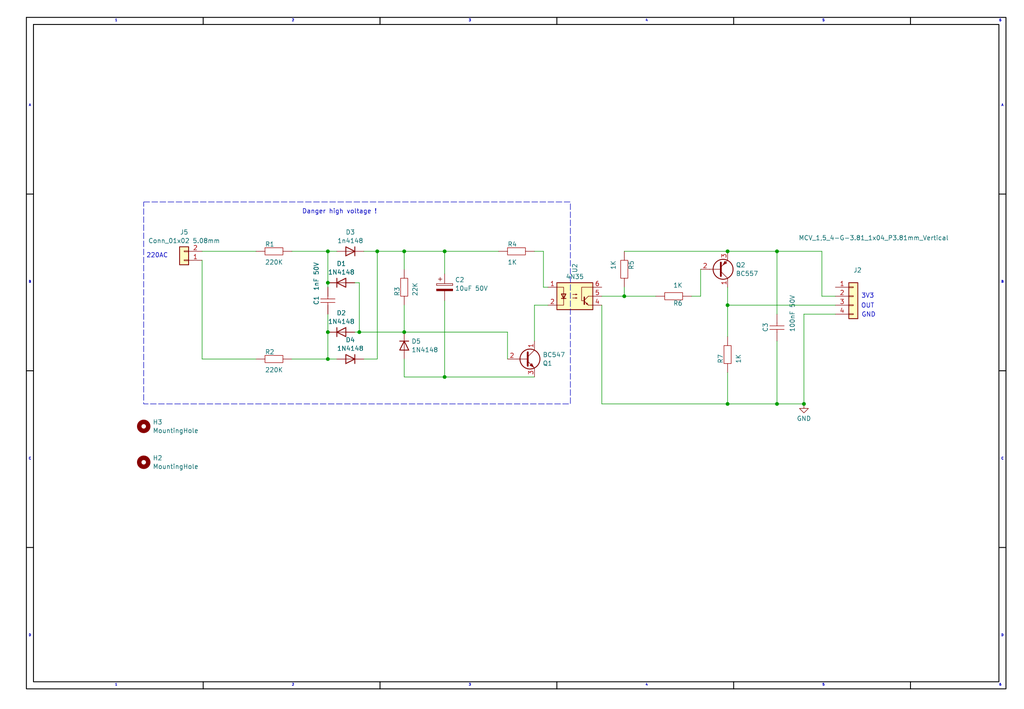
<source format=kicad_sch>
(kicad_sch (version 20250114) (generator "eeschema") (generator_version "9.0")
  (paper "User" 289.56 200.66)
  (lib_symbols
    (symbol "Connector_Generic:Conn_01x02" (pin_names (offset 1.016) (hide yes))
      (property "Reference" "J" (at 0 2.54 0))
      (property "Value" "Conn_01x02" (at 0 -5.08 0))
      (symbol "Conn_01x02_1_1"
        (rectangle (start -1.27 1.27) (end 1.27 -3.81) (stroke (width 0.254)) (fill (type background)))
        (rectangle (start -1.27 0.127) (end 0 -0.127) (stroke (width 0.1524)))
        (rectangle (start -1.27 -2.413) (end 0 -2.667) (stroke (width 0.1524)))
        (pin passive line (at -5.08 0 0) (length 3.81) (name "Pin_1") (number "1"))
        (pin passive line (at -5.08 -2.54 0) (length 3.81) (name "Pin_2") (number "2"))
      )
    )
    (symbol "Connector_Generic:Conn_01x04" (pin_names (offset 1.016) (hide yes))
      (property "Reference" "J" (at 0 5.08 0))
      (property "Value" "Conn_01x04" (at 0 -7.62 0))
      (symbol "Conn_01x04_1_1"
        (rectangle (start -1.27 3.81) (end 1.27 -6.35) (stroke (width 0.254)) (fill (type background)))
        (rectangle (start -1.27 2.667) (end 0 2.413) (stroke (width 0.1524)))
        (rectangle (start -1.27 0.127) (end 0 -0.127) (stroke (width 0.1524)))
        (rectangle (start -1.27 -2.413) (end 0 -2.667) (stroke (width 0.1524)))
        (rectangle (start -1.27 -4.953) (end 0 -5.207) (stroke (width 0.1524)))
        (pin passive line (at -5.08 2.54 0) (length 3.81) (name "Pin_1") (number "1"))
        (pin passive line (at -5.08 0 0) (length 3.81) (name "Pin_2") (number "2"))
        (pin passive line (at -5.08 -2.54 0) (length 3.81) (name "Pin_3") (number "3"))
        (pin passive line (at -5.08 -5.08 0) (length 3.81) (name "Pin_4") (number "4"))
      )
    )
    (symbol "Device:C_Polarized" (pin_numbers (hide yes)) (pin_names (offset 0.254))
      (property "Reference" "C" (at 0.635 2.54 0))
      (property "Value" "C_Polarized" (at 0.635 -2.54 0))
      (symbol "C_Polarized_0_1"
        (rectangle (start -2.286 0.508) (end 2.286 1.016))
        (polyline (pts (xy -1.778 2.286) (xy -0.762 2.286)))
        (polyline (pts (xy -1.27 2.794) (xy -1.27 1.778)))
        (rectangle (start 2.286 -0.508) (end -2.286 -1.016) (fill (type outline)))
      )
      (symbol "C_Polarized_1_1"
        (pin passive line (at 0 3.81 270) (length 2.794) (name "~") (number "1"))
        (pin passive line (at 0 -3.81 90) (length 2.794) (name "~") (number "2"))
      )
    )
    (symbol "Device:D" (pin_numbers (hide yes)) (pin_names (offset 1.016) (hide yes))
      (property "Reference" "D" (at 0 2.54 0))
      (property "Value" "D" (at 0 -2.54 0))
      (symbol "D_0_1"
        (polyline (pts (xy -1.27 1.27) (xy -1.27 -1.27)) (stroke (width 0.254)))
        (polyline (pts (xy 1.27 1.27) (xy 1.27 -1.27) (xy -1.27 0) (xy 1.27 1.27)) (stroke (width 0.254)))
        (polyline (pts (xy 1.27 0) (xy -1.27 0)))
      )
      (symbol "D_1_1"
        (pin passive line (at -3.81 0 0) (length 2.54) (name "K") (number "1"))
        (pin passive line (at 3.81 0 180) (length 2.54) (name "A") (number "2"))
      )
    )
    (symbol "Isolator:4N35" (pin_names (offset 1.016))
      (property "Reference" "U" (at -5.08 5.08 0))
      (property "Value" "4N35" (at 0 5.08 0))
      (symbol "4N35_0_1"
        (rectangle (start -5.08 3.81) (end 5.08 -3.81) (stroke (width 0.254)) (fill (type background)))
        (polyline (pts (xy -5.08 -2.54) (xy -3.175 -2.54) (xy -3.175 2.54) (xy -5.08 2.54)))
        (polyline (pts (xy -3.81 -0.635) (xy -2.54 -0.635)) (stroke (width 0.254)))
        (polyline (pts (xy -3.175 -0.635) (xy -3.81 0.635) (xy -2.54 0.635) (xy -3.175 -0.635)) (stroke (width 0.254)))
        (polyline (pts (xy -0.635 0.508) (xy 0.635 0.508) (xy 0.254 0.381) (xy 0.254 0.635) (xy 0.635 0.508)))
        (polyline (pts (xy -0.635 -0.508) (xy 0.635 -0.508) (xy 0.254 -0.635) (xy 0.254 -0.381) (xy 0.635 -0.508)))
        (polyline (pts (xy 2.667 -0.254) (xy 2.667 -2.286) (xy 2.667 -2.286)) (stroke (width 0.3556)))
        (polyline (pts (xy 2.667 -1.143) (xy 3.81 0)))
        (polyline (pts (xy 2.667 -1.397) (xy 3.81 -2.54)))
        (polyline (pts (xy 3.683 -2.413) (xy 3.429 -1.905) (xy 3.175 -2.159) (xy 3.683 -2.413)))
        (polyline (pts (xy 3.81 0) (xy 5.08 0)))
        (polyline (pts (xy 3.81 -2.54) (xy 5.08 -2.54)))
        (polyline (pts (xy 5.08 2.54) (xy 1.905 2.54) (xy 1.905 -1.27) (xy 2.54 -1.27)))
      )
      (symbol "4N35_1_1"
        (pin passive line (at -7.62 2.54 0) (length 2.54) (name "~") (number "1"))
        (pin passive line (at -7.62 -2.54 0) (length 2.54) (name "~") (number "2"))
        (pin no_connect line (at -5.08 0 0) (length 2.54) (hide yes) (name "NC") (number "3"))
        (pin passive line (at 7.62 2.54 180) (length 2.54) (name "~") (number "6"))
        (pin passive line (at 7.62 0 180) (length 2.54) (name "~") (number "5"))
        (pin passive line (at 7.62 -2.54 180) (length 2.54) (name "~") (number "4"))
      )
    )
    (symbol "Mechanical:MountingHole" (pin_names (offset 1.016)) (in_bom no)
      (property "Reference" "H" (at 0 5.08 0))
      (property "Value" "MountingHole" (at 0 3.175 0))
      (symbol "MountingHole_0_1"
        (circle (center 0 0) (radius 1.27) (stroke (width 1.27)))
      )
    )
    (symbol "Transistor_BJT:BC547" (pin_names (offset 0) (hide yes))
      (property "Reference" "Q" (at 5.08 1.905 0))
      (property "Value" "BC547" (at 5.08 0 0))
      (symbol "BC547_0_1"
        (polyline (pts (xy -2.54 0) (xy 0.635 0)))
        (polyline (pts (xy 0.635 1.905) (xy 0.635 -1.905)) (stroke (width 0.508)))
        (circle (center 1.27 0) (radius 2.8194) (stroke (width 0.254)))
      )
      (symbol "BC547_1_1"
        (polyline (pts (xy 0.635 0.635) (xy 2.54 2.54)))
        (polyline (pts (xy 0.635 -0.635) (xy 2.54 -2.54)))
        (polyline (pts (xy 1.27 -1.778) (xy 1.778 -1.27) (xy 2.286 -2.286) (xy 1.27 -1.778)) (fill (type outline)))
        (pin input line (at -5.08 0 0) (length 2.54) (name "B") (number "2"))
        (pin passive line (at 2.54 5.08 270) (length 2.54) (name "C") (number "1"))
        (pin passive line (at 2.54 -5.08 90) (length 2.54) (name "E") (number "3"))
      )
    )
    (symbol "Transistor_BJT:BC557" (pin_names (offset 0) (hide yes))
      (property "Reference" "Q" (at 5.08 1.905 0))
      (property "Value" "BC557" (at 5.08 0 0))
      (symbol "BC557_0_1"
        (polyline (pts (xy -2.54 0) (xy 0.635 0)))
        (polyline (pts (xy 0.635 1.905) (xy 0.635 -1.905)) (stroke (width 0.508)))
        (polyline (pts (xy 0.635 0.635) (xy 2.54 2.54)))
        (polyline (pts (xy 0.635 -0.635) (xy 2.54 -2.54)))
        (circle (center 1.27 0) (radius 2.8194) (stroke (width 0.254)))
        (polyline (pts (xy 2.286 -1.778) (xy 1.778 -2.286) (xy 1.27 -1.27) (xy 2.286 -1.778)) (fill (type outline)))
      )
      (symbol "BC557_1_1"
        (pin input line (at -5.08 0 0) (length 2.54) (name "B") (number "2"))
        (pin passive line (at 2.54 5.08 270) (length 2.54) (name "C") (number "1"))
        (pin passive line (at 2.54 -5.08 90) (length 2.54) (name "E") (number "3"))
      )
    )
    (symbol "ZCDPCB-altium-import:root_0_1206W4F1004T5E_" (pin_numbers (hide yes)) (pin_names (hide yes))
      (symbol "root_0_1206W4F1004T5E__1_0"
        (rectangle (start -2.54 1.016) (end 2.54 -1.016) (stroke (width 0) (color 160 0 0 1)))
        (pin passive line (at -5.08 0 0) (length 2.54) (name "1") (number "1"))
        (pin passive line (at 5.08 0 180) (length 2.54) (name "2") (number "2"))
      )
    )
    (symbol "ZCDPCB-altium-import:root_0_CL31B104KBCNNNC_" (pin_numbers (hide yes)) (pin_names (hide yes))
      (symbol "root_0_CL31B104KBCNNNC__1_0"
        (polyline (pts (xy -1.27 0) (xy -0.508 0)) (stroke (width 0) (color 160 0 0 1)))
        (polyline (pts (xy -0.508 2.032) (xy -0.508 -2.032)) (stroke (width 0) (color 160 0 0 1)))
        (polyline (pts (xy 0.508 2.032) (xy 0.508 -2.032)) (stroke (width 0) (color 160 0 0 1)))
        (polyline (pts (xy 0.508 0) (xy 1.27 0)) (stroke (width 0) (color 160 0 0 1)))
        (pin passive line (at -3.81 0 0) (length 2.54) (name "1") (number "1"))
        (pin passive line (at 3.81 0 180) (length 2.54) (name "2") (number "2"))
      )
    )
    (symbol "power:GND" (power) (pin_numbers (hide yes)) (pin_names (offset 0) (hide yes))
      (property "Value" "GND" (at 0 -3.81 0))
      (symbol "GND_0_1"
        (polyline (pts (xy 0 0) (xy 0 -1.27) (xy 1.27 -1.27) (xy 0 -2.54) (xy -1.27 -1.27) (xy 0 -1.27)))
      )
      (symbol "GND_1_1"
        (pin power_in line (at 0 0 270) (length 0) (name "~") (number "1"))
      )
    )
  )
  (rectangle (start 282.46 6.92) (end 9.46 192.92) (stroke (width 0.254) (color 0 0 0 1)))
  (rectangle (start 284.46 4.92) (end 7.46 194.92) (stroke (width 0.254) (color 0 0 0 1)))
  (rectangle (start 40.64 57.15) (end 161.29 114.3) (stroke (width 0) (type dash)))
  (text "B" (at 8.46 79.92 0) (effects (font (size 0.635 0.635))))
  (text "2" (at 82.46 193.92 0) (effects (font (size 0.635 0.635)) (justify left)))
  (text "3" (at 132.46 5.92 0) (effects (font (size 0.635 0.635)) (justify left)))
  (text "6" (at 282.46 193.92 0) (effects (font (size 0.635 0.635)) (justify left)))
  (text "" (at 175.46 162.92 0) (effects (font (size 0.762 0.762)) (justify left)))
  (text "" (at 175.46 171.92 0) (effects (font (size 0.762 0.762)) (justify left)))
  (text "D" (at 8.46 179.92 0) (effects (font (size 0.635 0.635))))
  (text "5" (at 232.46 5.92 0) (effects (font (size 0.635 0.635)) (justify left)))
  (text "C" (at 283.46 129.92 0) (effects (font (size 0.635 0.635))))
  (text "OUT" (at 245.364 86.614 0) (effects (font (size 1.27 1.27))))
  (text "A" (at 8.46 29.92 0) (effects (font (size 0.635 0.635))))
  (text "A" (at 283.46 29.92 0) (effects (font (size 0.635 0.635))))
  (text "C" (at 8.46 129.92 0) (effects (font (size 0.635 0.635))))
  (text "" (at 175.46 174.92 0) (effects (font (size 0.762 0.762)) (justify left)))
  (text "" (at 175.46 165.92 0) (effects (font (size 0.762 0.762)) (justify left)))
  (text "3" (at 132.46 193.92 0) (effects (font (size 0.635 0.635)) (justify left)))
  (text "6" (at 282.46 5.92 0) (effects (font (size 0.635 0.635)) (justify left)))
  (text "220AC" (at 44.45 72.39 0) (effects (font (size 1.27 1.27))))
  (text "D" (at 283.46 179.92 0) (effects (font (size 0.635 0.635))))
  (text "Danger high voltage !" (at 96.012 59.944 0) (effects (font (size 1.27 1.27))))
  (text "2" (at 82.46 5.92 0) (effects (font (size 0.635 0.635)) (justify left)))
  (text "4" (at 182.46 5.92 0) (effects (font (size 0.635 0.635)) (justify left)))
  (text "" (at 175.46 168.92 0) (effects (font (size 0.762 0.762)) (justify left)))
  (text "B" (at 283.46 79.92 0) (effects (font (size 0.635 0.635))))
  (text "1" (at 32.46 193.92 0) (effects (font (size 0.635 0.635)) (justify left)))
  (text "1" (at 32.46 5.92 0) (effects (font (size 0.635 0.635)) (justify left)))
  (text "4" (at 182.46 193.92 0) (effects (font (size 0.635 0.635)) (justify left)))
  (text "5" (at 232.46 193.92 0) (effects (font (size 0.635 0.635)) (justify left)))
  (text "" (at 175.46 190.82 0) (effects (font (size 0.762 0.762)) (justify left)))
  (text "3V3" (at 245.364 83.82 0) (effects (font (size 1.27 1.27))))
  (text "GND\n" (at 245.618 89.154 0) (effects (font (size 1.27 1.27))))
  (junction (at 205.74 114.3))
  (junction (at 106.68 71.12))
  (junction (at 205.74 71.12))
  (junction (at 125.73 106.68))
  (junction (at 219.71 114.3))
  (junction (at 205.74 86.36))
  (junction (at 92.71 71.12))
  (junction (at 101.6 93.98))
  (junction (at 176.53 83.82))
  (junction (at 227.33 114.3))
  (junction (at 219.71 71.12))
  (junction (at 92.71 93.98))
  (junction (at 92.71 80.01))
  (junction (at 114.3 93.98))
  (junction (at 125.73 71.12))
  (junction (at 114.3 71.12))
  (junction (at 92.71 101.6))
  (wire (pts (xy 153.67 81.28) (xy 154.94 81.28)))
  (wire (pts (xy 205.74 86.36) (xy 236.22 86.36)))
  (wire (pts (xy 219.71 71.12) (xy 219.71 88.9)))
  (wire (pts (xy 114.3 71.12) (xy 125.73 71.12)))
  (wire (pts (xy 227.33 88.9) (xy 236.22 88.9)))
  (wire (pts (xy 100.33 93.98) (xy 101.6 93.98)))
  (polyline (pts (xy 207.46 6.92) (xy 207.46 4.92)) (stroke (width 0.254) (type solid) (color 0 0 0 1)))
  (wire (pts (xy 195.58 83.82) (xy 198.12 83.82)))
  (wire (pts (xy 95.25 101.6) (xy 92.71 101.6)))
  (polyline (pts (xy 284.46 154.92) (xy 282.46 154.92)) (stroke (width 0.254) (type solid) (color 0 0 0 1)))
  (wire (pts (xy 57.15 101.6) (xy 72.39 101.6)))
  (wire (pts (xy 82.55 71.12) (xy 92.71 71.12)))
  (polyline (pts (xy 107.46 6.92) (xy 107.46 4.92)) (stroke (width 0.254) (type solid) (color 0 0 0 1)))
  (wire (pts (xy 125.73 85.09) (xy 125.73 106.68)))
  (wire (pts (xy 92.71 71.12) (xy 92.71 80.01)))
  (wire (pts (xy 205.74 81.28) (xy 205.74 86.36)))
  (wire (pts (xy 82.55 101.6) (xy 92.71 101.6)))
  (wire (pts (xy 205.74 114.3) (xy 219.71 114.3)))
  (polyline (pts (xy 284.46 54.92) (xy 282.46 54.92)) (stroke (width 0.254) (type solid) (color 0 0 0 1)))
  (wire (pts (xy 92.71 93.98) (xy 92.71 101.6)))
  (wire (pts (xy 106.68 71.12) (xy 106.68 101.6)))
  (wire (pts (xy 114.3 86.36) (xy 114.3 93.98)))
  (polyline (pts (xy 7.46 54.92) (xy 9.46 54.92)) (stroke (width 0.254) (type solid) (color 0 0 0 1)))
  (wire (pts (xy 114.3 93.98) (xy 143.51 93.98)))
  (wire (pts (xy 57.15 73.66) (xy 57.15 101.6)))
  (wire (pts (xy 170.18 114.3) (xy 205.74 114.3)))
  (polyline (pts (xy 57.46 192.92) (xy 57.46 194.92)) (stroke (width 0.254) (type solid) (color 0 0 0 1)))
  (wire (pts (xy 198.12 76.2) (xy 198.12 83.82)))
  (polyline (pts (xy 284.46 104.92) (xy 282.46 104.92)) (stroke (width 0.254) (type solid) (color 0 0 0 1)))
  (wire (pts (xy 101.6 93.98) (xy 114.3 93.98)))
  (wire (pts (xy 151.13 86.36) (xy 151.13 96.52)))
  (wire (pts (xy 151.13 86.36) (xy 154.94 86.36)))
  (wire (pts (xy 102.87 101.6) (xy 106.68 101.6)))
  (wire (pts (xy 100.33 80.01) (xy 101.6 80.01)))
  (polyline (pts (xy 107.46 192.92) (xy 107.46 194.92)) (stroke (width 0.254) (type solid) (color 0 0 0 1)))
  (wire (pts (xy 176.53 83.82) (xy 185.42 83.82)))
  (wire (pts (xy 125.73 106.68) (xy 151.13 106.68)))
  (wire (pts (xy 114.3 101.6) (xy 114.3 106.68)))
  (wire (pts (xy 205.74 86.36) (xy 205.74 95.25)))
  (wire (pts (xy 106.68 71.12) (xy 114.3 71.12)))
  (wire (pts (xy 205.74 105.41) (xy 205.74 114.3)))
  (wire (pts (xy 92.71 88.9) (xy 92.71 93.98)))
  (wire (pts (xy 232.41 71.12) (xy 232.41 83.82)))
  (polyline (pts (xy 157.46 6.92) (xy 157.46 4.92)) (stroke (width 0.254) (type solid) (color 0 0 0 1)))
  (wire (pts (xy 153.67 71.12) (xy 153.67 81.28)))
  (wire (pts (xy 57.15 71.12) (xy 72.39 71.12)))
  (polyline (pts (xy 7.46 154.92) (xy 9.46 154.92)) (stroke (width 0.254) (type solid) (color 0 0 0 1)))
  (wire (pts (xy 151.13 71.12) (xy 153.67 71.12)))
  (polyline (pts (xy 157.46 192.92) (xy 157.46 194.92)) (stroke (width 0.254) (type solid) (color 0 0 0 1)))
  (wire (pts (xy 92.71 80.01) (xy 92.71 81.28)))
  (wire (pts (xy 219.71 96.52) (xy 219.71 114.3)))
  (wire (pts (xy 176.53 81.28) (xy 176.53 83.82)))
  (wire (pts (xy 236.22 83.82) (xy 232.41 83.82)))
  (wire (pts (xy 170.18 83.82) (xy 176.53 83.82)))
  (wire (pts (xy 176.53 71.12) (xy 205.74 71.12)))
  (wire (pts (xy 106.68 71.12) (xy 102.87 71.12)))
  (wire (pts (xy 114.3 106.68) (xy 125.73 106.68)))
  (polyline (pts (xy 57.46 6.92) (xy 57.46 4.92)) (stroke (width 0.254) (type solid) (color 0 0 0 1)))
  (wire (pts (xy 219.71 114.3) (xy 227.33 114.3)))
  (wire (pts (xy 125.73 77.47) (xy 125.73 71.12)))
  (polyline (pts (xy 257.46 6.92) (xy 257.46 4.92)) (stroke (width 0.254) (type solid) (color 0 0 0 1)))
  (polyline (pts (xy 7.46 104.92) (xy 9.46 104.92)) (stroke (width 0.254) (type solid) (color 0 0 0 1)))
  (wire (pts (xy 227.33 88.9) (xy 227.33 114.3)))
  (wire (pts (xy 95.25 71.12) (xy 92.71 71.12)))
  (wire (pts (xy 219.71 71.12) (xy 232.41 71.12)))
  (wire (pts (xy 170.18 86.36) (xy 170.18 114.3)))
  (polyline (pts (xy 207.46 192.92) (xy 207.46 194.92)) (stroke (width 0.254) (type solid) (color 0 0 0 1)))
  (polyline (pts (xy 257.46 192.92) (xy 257.46 194.92)) (stroke (width 0.254) (type solid) (color 0 0 0 1)))
  (wire (pts (xy 114.3 71.12) (xy 114.3 76.2)))
  (wire (pts (xy 205.74 71.12) (xy 219.71 71.12)))
  (wire (pts (xy 125.73 71.12) (xy 140.97 71.12)))
  (wire (pts (xy 101.6 93.98) (xy 101.6 80.01)))
  (wire (pts (xy 143.51 93.98) (xy 143.51 101.6)))
  (symbol (lib_id "power:GND") (at 227.33 114.3 0) (unit 1)
    (property "Reference" "#PWR01" (effects (hide yes)))
    (property "Value" "GND" (at 227.33 118.4331 0))
    (property "Description" "Power symbol creates a global label with name \"GND\" , ground" (effects (hide yes)))
  )
  (symbol (lib_id "ZCDPCB-altium-import:root_0_1206W4F1004T5E_") (at 190.5 83.82 180) (unit 1)
    (property "Reference" "R6" (at 193.04 85.09 0) (effects (justify left bottom)))
    (property "Value" "1K" (at 193.04 80.01 0) (effects (justify left bottom)))
    (property "Footprint" "R_Axial_DIN0207_L6.3mm_D2.5mm_P10.16mm_Horizontal_big" (effects (hide yes)))
  )
  (symbol (lib_id "ZCDPCB-altium-import:root_0_1206W4F1004T5E_") (at 176.53 76.2 270) (unit 1)
    (property "Reference" "R5" (at 177.8 73.66 0) (effects (justify left bottom)))
    (property "Value" "1K" (at 172.72 73.66 0) (effects (justify left bottom)))
    (property "Footprint" "R_Axial_DIN0207_L6.3mm_D2.5mm_P10.16mm_Horizontal_big" (effects (hide yes)))
  )
  (symbol (lib_id "ZCDPCB-altium-import:root_0_1206W4F1004T5E_") (at 146.05 71.12 0) (unit 1)
    (property "Reference" "R4" (at 143.51 69.85 0) (effects (justify left bottom)))
    (property "Value" "1K" (at 143.51 74.93 0) (effects (justify left bottom)))
    (property "Footprint" "R_Axial_DIN0207_L6.3mm_D2.5mm_P10.16mm_Horizontal_big" (effects (hide yes)))
  )
  (symbol (lib_id "Device:D") (at 96.52 80.01 0) (unit 1)
    (property "Reference" "D1" (at 96.52 74.5955 0))
    (property "Value" "1N4148" (at 96.52 77.0198 0))
    (property "Footprint" "D_DO-35_SOD27_P7.62mm_Horizontal_big" (effects (hide yes)))
    (property "Description" "Diode" (effects (hide yes)))
    (property "Sim.Device" "D" (effects (hide yes)))
    (property "Sim.Pins" "1=K 2=A" (effects (hide yes)))
  )
  (symbol (lib_id "ZCDPCB-altium-import:root_0_1206W4F1004T5E_") (at 77.47 71.12 0) (unit 1)
    (property "Reference" "R1" (at 74.93 69.85 0) (effects (justify left bottom)))
    (property "Value" "220K" (at 74.93 74.93 0) (effects (justify left bottom)))
    (property "Footprint" "R_Axial_DIN0207_L6.3mm_D2.5mm_P10.16mm_Horizontal_big" (effects (hide yes)))
  )
  (symbol (lib_id "ZCDPCB-altium-import:root_0_CL31B104KBCNNNC_") (at 92.71 85.09 90) (unit 1)
    (property "Reference" "C1" (at 90.17 86.36 0) (effects (justify left bottom)))
    (property "Value" "1nF 50V" (at 90.17 82.296 0) (effects (justify left bottom)))
    (property "Footprint" "C_Disc_D6.0mm_W2.5mm_P5.00mm_big" (effects (hide yes)))
  )
  (symbol (lib_id "ZCDPCB-altium-import:root_0_CL31B104KBCNNNC_") (at 219.71 92.71 90) (unit 1)
    (property "Reference" "C3" (at 217.17 93.98 0) (effects (justify left bottom)))
    (property "Value" "100nF 50V" (at 224.79 93.98 0) (effects (justify left bottom)))
    (property "Footprint" "C_Disc_D6.0mm_W2.5mm_P5.00mm_big" (effects (hide yes)))
  )
  (symbol (lib_id "Device:D") (at 114.3 97.79 270) (unit 1)
    (property "Reference" "D5" (at 116.332 96.5778 90) (effects (justify left)))
    (property "Value" "1N4148" (at 116.332 99.0021 90) (effects (justify left)))
    (property "Footprint" "D_DO-35_SOD27_P7.62mm_Horizontal_big" (effects (hide yes)))
    (property "Description" "Diode" (effects (hide yes)))
    (property "Sim.Device" "D" (effects (hide yes)))
    (property "Sim.Pins" "1=K 2=A" (effects (hide yes)))
  )
  (symbol (lib_id "Device:D") (at 96.52 93.98 0) (unit 1)
    (property "Reference" "D2" (at 96.52 88.5655 0))
    (property "Value" "1N4148" (at 96.52 90.9898 0))
    (property "Footprint" "D_DO-35_SOD27_P7.62mm_Horizontal_big" (effects (hide yes)))
    (property "Description" "Diode" (effects (hide yes)))
    (property "Sim.Device" "D" (effects (hide yes)))
    (property "Sim.Pins" "1=K 2=A" (effects (hide yes)))
  )
  (symbol (lib_id "ZCDPCB-altium-import:root_0_1206W4F1004T5E_") (at 77.47 101.6 0) (unit 1)
    (property "Reference" "R2" (at 74.93 100.33 0) (effects (justify left bottom)))
    (property "Value" "220K" (at 74.93 105.41 0) (effects (justify left bottom)))
    (property "Footprint" "R_Axial_DIN0207_L6.3mm_D2.5mm_P10.16mm_Horizontal_big" (effects (hide yes)))
  )
  (symbol (lib_id "Mechanical:MountingHole") (at 40.64 130.81 0) (unit 1) (in_bom no)
    (property "Reference" "H2" (at 43.18 129.5978 0) (effects (justify left)))
    (property "Value" "MountingHole" (at 43.18 132.0221 0) (effects (justify left)))
    (property "Footprint" "MountingHole:MountingHole_3.2mm_M3" (effects (hide yes)))
    (property "Description" "Mounting Hole without connection" (effects (hide yes)))
  )
  (symbol (lib_id "Isolator:4N35") (at 162.56 83.82 0) (unit 1)
    (property "Reference" "U2" (at 162.56 75.8655 90))
    (property "Value" "4N35" (at 162.56 78.2898 0))
    (property "Footprint" "DIP-6_W7.62mm_big" (effects (hide yes)))
    (property "Datasheet" "https://www.vishay.com/docs/83717/4n35x.pdf" (effects (hide yes)))
    (property "Description" "Optocoupler, Phototransistor Output, with Base Connection, Vce 70V, CTR 100%, Viso 5000V, DIP6" (effects (hide yes)))
  )
  (symbol (lib_id "Connector_Generic:Conn_01x04") (at 241.3 83.82 0) (unit 1)
    (property "Reference" "J2" (at 241.3 76.454 0) (effects (justify left)))
    (property "Value" "MCV_1,5_4-G-3.81_1x04_P3.81mm_Vertical" (at 225.806 67.31 0) (effects (justify left)))
    (property "Footprint" "PhoenixContact_MCV_1,5_4-G-3.81_1x04_P3.81mm_Vertical_router_big" (effects (hide yes)))
    (property "Description" "Generic connector, single row, 01x04, script generated (kicad-library-utils/schlib/autogen/connector/)" (effects (hide yes)))
  )
  (symbol (lib_id "Transistor_BJT:BC547") (at 148.59 101.6 0) (unit 1)
    (property "Reference" "Q1" (at 153.4413 102.8122 0) (effects (justify left)))
    (property "Value" "BC547" (at 153.4413 100.3879 0) (effects (justify left)))
    (property "Footprint" "TO-92_Inline_router_big" (effects (hide yes)))
    (property "Datasheet" "https://www.onsemi.com/pub/Collateral/BC550-D.pdf" (effects (hide yes)))
    (property "Description" "0.1A Ic, 45V Vce, Small Signal NPN Transistor, TO-92" (effects (hide yes)))
  )
  (symbol (lib_id "Mechanical:MountingHole") (at 40.64 120.65 0) (unit 1) (in_bom no)
    (property "Reference" "H3" (at 43.18 119.4378 0) (effects (justify left)))
    (property "Value" "MountingHole" (at 43.18 121.8621 0) (effects (justify left)))
    (property "Footprint" "MountingHole:MountingHole_3.2mm_M3" (effects (hide yes)))
    (property "Description" "Mounting Hole without connection" (effects (hide yes)))
  )
  (symbol (lib_id "ZCDPCB-altium-import:root_0_1206W4F1004T5E_") (at 205.74 100.33 90) (unit 1)
    (property "Reference" "R7" (at 204.47 102.87 0) (effects (justify left bottom)))
    (property "Value" "1K" (at 209.55 102.87 0) (effects (justify left bottom)))
    (property "Footprint" "R_Axial_DIN0207_L6.3mm_D2.5mm_P10.16mm_Horizontal_big" (effects (hide yes)))
  )
  (symbol (lib_id "ZCDPCB-altium-import:root_0_1206W4F1004T5E_") (at 114.3 81.28 90) (unit 1)
    (property "Reference" "R3" (at 113.03 83.82 0) (effects (justify left bottom)))
    (property "Value" "22K" (at 118.11 83.82 0) (effects (justify left bottom)))
    (property "Footprint" "R_Axial_DIN0207_L6.3mm_D2.5mm_P10.16mm_Horizontal_big" (effects (hide yes)))
  )
  (symbol (lib_id "Connector_Generic:Conn_01x02") (at 52.07 73.66 180) (unit 1)
    (property "Reference" "J5" (at 52.07 65.7055 0))
    (property "Value" "Conn_01x02 5.08mm" (at 52.07 68.1298 0))
    (property "Footprint" "PhoenixContact_MCV_1,5_2-G-5.08_1x02_P5.08mm_Vertical_router_big" (effects (hide yes)))
  )
  (symbol (lib_id "Device:C_Polarized") (at 125.73 81.28 0) (unit 1)
    (property "Reference" "C2" (at 128.651 79.1788 0) (effects (justify left)))
    (property "Value" "10uF 50V" (at 128.651 81.6031 0) (effects (justify left)))
    (property "Footprint" "CAPPRD200W55D500H1350_big" (effects (hide yes)))
    (property "Description" "Polarized capacitor" (effects (hide yes)))
  )
  (symbol (lib_id "Device:D") (at 99.06 101.6 180) (unit 1)
    (property "Reference" "D4" (at 99.06 96.1855 0))
    (property "Value" "1N4148" (at 99.06 98.6098 0))
    (property "Footprint" "D_DO-35_SOD27_P7.62mm_Horizontal_big" (effects (hide yes)))
    (property "Description" "Diode" (effects (hide yes)))
    (property "Sim.Device" "D" (effects (hide yes)))
    (property "Sim.Pins" "1=K 2=A" (effects (hide yes)))
  )
  (symbol (lib_id "Transistor_BJT:BC557") (at 203.2 76.2 0) (mirror x) (unit 1)
    (property "Reference" "Q2" (at 208.0513 74.9878 0) (effects (justify left)))
    (property "Value" "BC557" (at 208.0513 77.4121 0) (effects (justify left)))
    (property "Footprint" "TO-92_Inline_router_big" (effects (hide yes)))
    (property "Datasheet" "https://www.onsemi.com/pub/Collateral/BC556BTA-D.pdf" (effects (hide yes)))
    (property "Description" "0.1A Ic, 45V Vce, PNP Small Signal Transistor, TO-92" (effects (hide yes)))
  )
  (symbol (lib_id "Device:D") (at 99.06 71.12 180) (unit 1)
    (property "Reference" "D3" (at 99.06 65.7055 0))
    (property "Value" "1n4148" (at 99.06 68.1298 0))
    (property "Footprint" "D_DO-35_SOD27_P7.62mm_Horizontal_big" (effects (hide yes)))
    (property "Description" "Diode" (effects (hide yes)))
    (property "Sim.Device" "D" (effects (hide yes)))
    (property "Sim.Pins" "1=K 2=A" (effects (hide yes)))
  )
)
</source>
